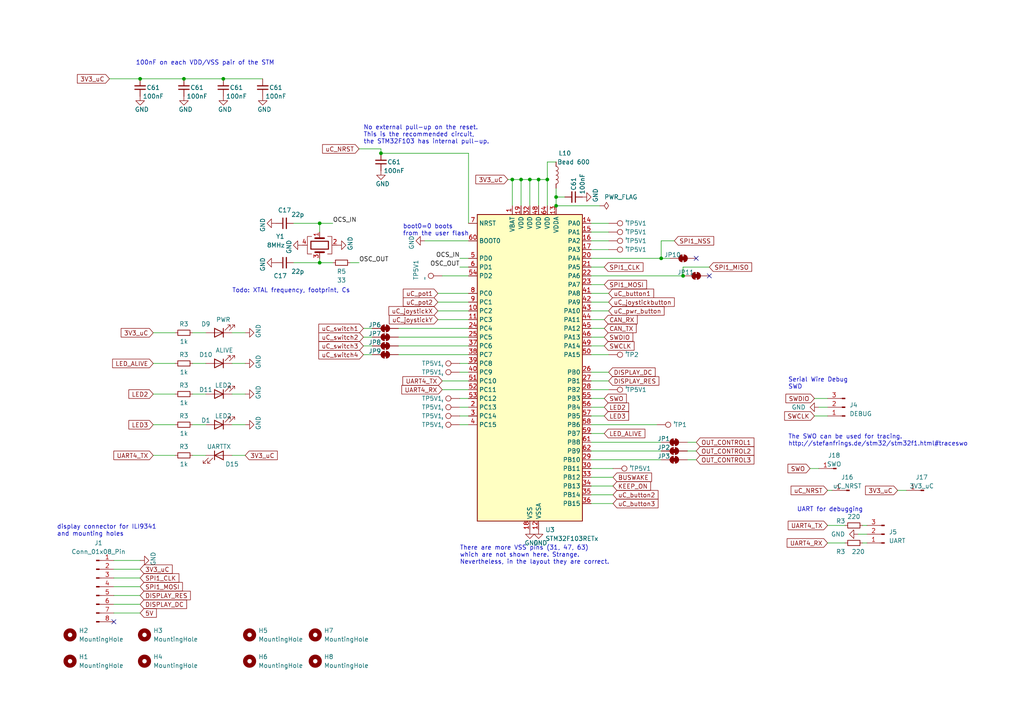
<source format=kicad_sch>
(kicad_sch (version 20231120) (generator "eeschema") (generator_version "8.0")
  (paper "A4")
  (junction (at 153.67 52.07))
  (junction (at 156.21 52.07))
  (junction (at 92.71 76.2))
  (junction (at 92.71 64.77))
  (junction (at 53.34 22.86))
  (junction (at 198.12 80.01))
  (junction (at 110.49 44.45))
  (junction (at 151.13 52.07))
  (junction (at 158.75 52.07))
  (junction (at 161.29 59.69))
  (junction (at 40.64 22.86))
  (junction (at 191.77 74.93))
  (junction (at 64.77 22.86))
  (junction (at 161.29 57.15))
  (junction (at 148.59 52.07))
  (no_connect (at 201.93 74.93))
  (no_connect (at 33.02 180.34))
  (no_connect (at 205.74 80.01))
  (wire (pts (xy 128.27 113.03) (xy 135.89 113.03)))
  (wire (pts (xy 171.45 120.65) (xy 175.26 120.65)))
  (wire (pts (xy 158.75 59.69) (xy 158.75 52.07)))
  (wire (pts (xy 171.45 143.51) (xy 177.8 143.51)))
  (wire (pts (xy 133.35 115.57) (xy 135.89 115.57)))
  (wire (pts (xy 133.35 120.65) (xy 135.89 120.65)))
  (wire (pts (xy 67.31 96.52) (xy 71.12 96.52)))
  (wire (pts (xy 250.19 152.4) (xy 251.46 152.4)))
  (wire (pts (xy 127 92.71) (xy 135.89 92.71)))
  (wire (pts (xy 55.88 96.52) (xy 59.69 96.52)))
  (wire (pts (xy 133.35 123.19) (xy 135.89 123.19)))
  (wire (pts (xy 148.59 52.07) (xy 147.32 52.07)))
  (wire (pts (xy 133.35 107.95) (xy 135.89 107.95)))
  (wire (pts (xy 199.39 133.35) (xy 201.93 133.35)))
  (wire (pts (xy 199.39 130.81) (xy 201.93 130.81)))
  (wire (pts (xy 55.88 132.08) (xy 59.69 132.08)))
  (wire (pts (xy 161.29 54.61) (xy 161.29 57.15)))
  (wire (pts (xy 151.13 52.07) (xy 148.59 52.07)))
  (wire (pts (xy 135.89 44.45) (xy 110.49 44.45)))
  (wire (pts (xy 161.29 59.69) (xy 161.29 57.15)))
  (wire (pts (xy 158.75 46.99) (xy 158.75 52.07)))
  (wire (pts (xy 171.45 140.97) (xy 177.8 140.97)))
  (wire (pts (xy 64.77 22.86) (xy 76.2 22.86)))
  (wire (pts (xy 171.45 135.89) (xy 177.8 135.89)))
  (wire (pts (xy 171.45 118.11) (xy 175.26 118.11)))
  (wire (pts (xy 67.31 105.41) (xy 71.12 105.41)))
  (wire (pts (xy 115.57 95.25) (xy 135.89 95.25)))
  (wire (pts (xy 153.67 59.69) (xy 153.67 52.07)))
  (wire (pts (xy 161.29 59.69) (xy 173.99 59.69)))
  (wire (pts (xy 158.75 52.07) (xy 156.21 52.07)))
  (wire (pts (xy 171.45 146.05) (xy 177.8 146.05)))
  (wire (pts (xy 53.34 22.86) (xy 64.77 22.86)))
  (wire (pts (xy 250.19 157.48) (xy 251.46 157.48)))
  (wire (pts (xy 195.58 69.85) (xy 191.77 69.85)))
  (wire (pts (xy 33.02 165.1) (xy 40.64 165.1)))
  (wire (pts (xy 44.45 96.52) (xy 50.8 96.52)))
  (wire (pts (xy 123.19 69.85) (xy 135.89 69.85)))
  (wire (pts (xy 133.35 105.41) (xy 135.89 105.41)))
  (wire (pts (xy 105.41 97.79) (xy 107.95 97.79)))
  (wire (pts (xy 171.45 115.57) (xy 175.26 115.57)))
  (wire (pts (xy 127 87.63) (xy 135.89 87.63)))
  (wire (pts (xy 151.13 59.69) (xy 151.13 52.07)))
  (wire (pts (xy 44.45 123.19) (xy 50.8 123.19)))
  (wire (pts (xy 133.35 77.47) (xy 135.89 77.47)))
  (wire (pts (xy 101.6 76.2) (xy 104.14 76.2)))
  (wire (pts (xy 240.03 142.24) (xy 241.3 142.24)))
  (wire (pts (xy 171.45 77.47) (xy 175.26 77.47)))
  (wire (pts (xy 171.45 97.79) (xy 175.26 97.79)))
  (wire (pts (xy 161.29 46.99) (xy 158.75 46.99)))
  (wire (pts (xy 148.59 52.07) (xy 148.59 59.69)))
  (wire (pts (xy 198.12 77.47) (xy 198.12 80.01)))
  (wire (pts (xy 236.22 115.57) (xy 240.03 115.57)))
  (wire (pts (xy 237.49 118.11) (xy 240.03 118.11)))
  (wire (pts (xy 171.45 72.39) (xy 176.53 72.39)))
  (wire (pts (xy 171.45 64.77) (xy 176.53 64.77)))
  (wire (pts (xy 133.35 74.93) (xy 135.89 74.93)))
  (wire (pts (xy 33.02 167.64) (xy 40.64 167.64)))
  (wire (pts (xy 171.45 125.73) (xy 175.26 125.73)))
  (wire (pts (xy 127 90.17) (xy 135.89 90.17)))
  (wire (pts (xy 171.45 67.31) (xy 176.53 67.31)))
  (wire (pts (xy 128.27 110.49) (xy 135.89 110.49)))
  (wire (pts (xy 171.45 100.33) (xy 175.26 100.33)))
  (wire (pts (xy 92.71 64.77) (xy 92.71 67.31)))
  (wire (pts (xy 67.31 114.3) (xy 71.12 114.3)))
  (wire (pts (xy 33.02 175.26) (xy 40.64 175.26)))
  (wire (pts (xy 85.09 76.2) (xy 92.71 76.2)))
  (wire (pts (xy 44.45 105.41) (xy 50.8 105.41)))
  (wire (pts (xy 33.02 172.72) (xy 40.64 172.72)))
  (wire (pts (xy 33.02 170.18) (xy 40.64 170.18)))
  (wire (pts (xy 236.22 120.65) (xy 240.03 120.65)))
  (wire (pts (xy 171.45 123.19) (xy 190.5 123.19)))
  (wire (pts (xy 198.12 80.01) (xy 171.45 80.01)))
  (wire (pts (xy 115.57 100.33) (xy 135.89 100.33)))
  (wire (pts (xy 198.12 77.47) (xy 205.74 77.47)))
  (wire (pts (xy 55.88 105.41) (xy 59.69 105.41)))
  (wire (pts (xy 171.45 74.93) (xy 191.77 74.93)))
  (wire (pts (xy 171.45 102.87) (xy 176.53 102.87)))
  (wire (pts (xy 92.71 64.77) (xy 96.52 64.77)))
  (wire (pts (xy 44.45 114.3) (xy 50.8 114.3)))
  (wire (pts (xy 128.27 80.01) (xy 135.89 80.01)))
  (wire (pts (xy 105.41 102.87) (xy 107.95 102.87)))
  (wire (pts (xy 171.45 82.55) (xy 175.26 82.55)))
  (wire (pts (xy 171.45 113.03) (xy 176.53 113.03)))
  (wire (pts (xy 55.88 114.3) (xy 59.69 114.3)))
  (wire (pts (xy 248.92 154.94) (xy 251.46 154.94)))
  (wire (pts (xy 191.77 74.93) (xy 194.31 74.93)))
  (wire (pts (xy 104.14 43.18) (xy 110.49 43.18)))
  (wire (pts (xy 156.21 52.07) (xy 153.67 52.07)))
  (wire (pts (xy 105.41 100.33) (xy 107.95 100.33)))
  (wire (pts (xy 171.45 95.25) (xy 175.26 95.25)))
  (wire (pts (xy 115.57 102.87) (xy 135.89 102.87)))
  (wire (pts (xy 199.39 128.27) (xy 201.93 128.27)))
  (wire (pts (xy 156.21 59.69) (xy 156.21 52.07)))
  (wire (pts (xy 67.31 123.19) (xy 71.12 123.19)))
  (wire (pts (xy 171.45 92.71) (xy 175.26 92.71)))
  (wire (pts (xy 171.45 107.95) (xy 176.53 107.95)))
  (wire (pts (xy 115.57 97.79) (xy 135.89 97.79)))
  (wire (pts (xy 105.41 95.25) (xy 107.95 95.25)))
  (wire (pts (xy 234.95 135.89) (xy 237.49 135.89)))
  (wire (pts (xy 133.35 118.11) (xy 135.89 118.11)))
  (wire (pts (xy 161.29 57.15) (xy 163.83 57.15)))
  (wire (pts (xy 40.64 22.86) (xy 53.34 22.86)))
  (wire (pts (xy 33.02 162.56) (xy 40.64 162.56)))
  (wire (pts (xy 92.71 76.2) (xy 96.52 76.2)))
  (wire (pts (xy 171.45 85.09) (xy 176.53 85.09)))
  (wire (pts (xy 135.89 64.77) (xy 135.89 44.45)))
  (wire (pts (xy 191.77 69.85) (xy 191.77 74.93)))
  (wire (pts (xy 171.45 138.43) (xy 177.8 138.43)))
  (wire (pts (xy 171.45 87.63) (xy 176.53 87.63)))
  (wire (pts (xy 171.45 110.49) (xy 176.53 110.49)))
  (wire (pts (xy 171.45 133.35) (xy 191.77 133.35)))
  (wire (pts (xy 85.09 64.77) (xy 92.71 64.77)))
  (wire (pts (xy 240.03 157.48) (xy 245.11 157.48)))
  (wire (pts (xy 44.45 132.08) (xy 50.8 132.08)))
  (wire (pts (xy 92.71 76.2) (xy 92.71 74.93)))
  (wire (pts (xy 127 85.09) (xy 135.89 85.09)))
  (wire (pts (xy 55.88 123.19) (xy 59.69 123.19)))
  (wire (pts (xy 171.45 130.81) (xy 191.77 130.81)))
  (wire (pts (xy 67.31 132.08) (xy 71.12 132.08)))
  (wire (pts (xy 240.03 152.4) (xy 245.11 152.4)))
  (wire (pts (xy 260.35 142.24) (xy 262.89 142.24)))
  (wire (pts (xy 171.45 69.85) (xy 176.53 69.85)))
  (wire (pts (xy 153.67 52.07) (xy 151.13 52.07)))
  (wire (pts (xy 33.02 177.8) (xy 40.64 177.8)))
  (wire (pts (xy 110.49 43.18) (xy 110.49 44.45)))
  (wire (pts (xy 31.75 22.86) (xy 40.64 22.86)))
  (wire (pts (xy 171.45 90.17) (xy 176.53 90.17)))
  (wire (pts (xy 171.45 128.27) (xy 191.77 128.27)))
  (text "boot0=0 boots\nfrom the user flash" (at 116.84 68.58 0) (effects (font (size 1.27 1.27)) (justify left bottom)))
  (text "The SWO can be used for tracing.\nhttp://stefanfrings.de/stm32/stm32f1.html#traceswo" (at 228.6 129.54 0) (effects (font (size 1.27 1.27)) (justify left bottom)))
  (text "UART for debugging" (at 231.14 148.59 0) (effects (font (size 1.27 1.27)) (justify left bottom)))
  (text "100nF on each VDD/VSS pair of the STM" (at 39.37 19.05 0) (effects (font (size 1.27 1.27)) (justify left bottom)))
  (text "display connector for ILI9341\nand mounting holes" (at 16.51 155.702 0) (effects (font (size 1.27 1.27)) (justify left bottom)))
  (text "There are more VSS pins (31, 47, 63)\nwhich are not shown here. Strange.\nNevertheless, in the layout they are correct." (at 133.35 163.83 0) (effects (font (size 1.27 1.27)) (justify left bottom)))
  (text "Serial Wire Debug\nSWD" (at 228.6 113.03 0) (effects (font (size 1.27 1.27)) (justify left bottom)))
  (text "Todo: XTAL frequency, footprint, Cs" (at 67.31 85.09 0) (effects (font (size 1.27 1.27)) (justify left bottom)))
  (text "No external pull-up on the reset.\nThis is the recommended circuit,\nthe STM32F103 has internal pull-up." (at 105.41 41.91 0) (effects (font (size 1.27 1.27)) (justify left bottom)))
  (label "OCS_IN" (at 133.35 74.93 180))
  (label "OCS_IN" (at 96.52 64.77 0))
  (label "OSC_OUT" (at 104.14 76.2 0))
  (label "OSC_OUT" (at 133.35 77.47 180))
  (global_label "KEEP_ON" (shape input) (at 177.8 140.97 0) (property "Intersheetrefs" "${INTERSHEET_REFS}" (effects (hide yes))))
  (global_label "SWDIO" (shape input) (at 236.22 115.57 180) (property "Intersheetrefs" "${INTERSHEET_REFS}" (effects (hide yes))))
  (global_label "uC_switch2" (shape input) (at 105.41 97.79 180) (property "Intersheetrefs" "${INTERSHEET_REFS}" (effects (hide yes))))
  (global_label "OUT_CONTROL3" (shape input) (at 201.93 133.35 0) (property "Intersheetrefs" "${INTERSHEET_REFS}" (effects (hide yes))))
  (global_label "SWCLK" (shape input) (at 236.22 120.65 180) (property "Intersheetrefs" "${INTERSHEET_REFS}" (effects (hide yes))))
  (global_label "DISPLAY_DC" (shape input) (at 40.64 175.26 0) (property "Intersheetrefs" "${INTERSHEET_REFS}" (effects (hide yes))))
  (global_label "LED_ALIVE" (shape input) (at 175.26 125.73 0) (property "Intersheetrefs" "${INTERSHEET_REFS}" (effects (hide yes))))
  (global_label "SPI1_CLK" (shape input) (at 175.26 77.47 0) (property "Intersheetrefs" "${INTERSHEET_REFS}" (effects (hide yes))))
  (global_label "UART4_TX" (shape input) (at 128.27 110.49 180) (property "Intersheetrefs" "${INTERSHEET_REFS}" (effects (hide yes))))
  (global_label "LED2" (shape input) (at 175.26 118.11 0) (property "Intersheetrefs" "${INTERSHEET_REFS}" (effects (hide yes))))
  (global_label "SWCLK" (shape input) (at 175.26 100.33 0) (property "Intersheetrefs" "${INTERSHEET_REFS}" (effects (hide yes))))
  (global_label "5V" (shape input) (at 40.64 177.8 0) (property "Intersheetrefs" "${INTERSHEET_REFS}" (effects (hide yes))))
  (global_label "3V3_uC" (shape input) (at 31.75 22.86 180) (property "Intersheetrefs" "${INTERSHEET_REFS}" (effects (hide yes))))
  (global_label "3V3_uC" (shape input) (at 40.64 165.1 0) (property "Intersheetrefs" "${INTERSHEET_REFS}" (effects (hide yes))))
  (global_label "BUSWAKE" (shape input) (at 177.8 138.43 0) (property "Intersheetrefs" "${INTERSHEET_REFS}" (effects (hide yes))))
  (global_label "uC_switch1" (shape input) (at 105.41 95.25 180) (property "Intersheetrefs" "${INTERSHEET_REFS}" (effects (hide yes))))
  (global_label "CAN_RX" (shape input) (at 175.26 92.71 0) (property "Intersheetrefs" "${INTERSHEET_REFS}" (effects (hide yes))))
  (global_label "DISPLAY_RES" (shape input) (at 176.53 110.49 0) (property "Intersheetrefs" "${INTERSHEET_REFS}" (effects (hide yes))))
  (global_label "SWDIO" (shape input) (at 175.26 97.79 0) (property "Intersheetrefs" "${INTERSHEET_REFS}" (effects (hide yes))))
  (global_label "uC_switch4" (shape input) (at 105.41 102.87 180) (property "Intersheetrefs" "${INTERSHEET_REFS}" (effects (hide yes))))
  (global_label "SWO" (shape input) (at 175.26 115.57 0) (property "Intersheetrefs" "${INTERSHEET_REFS}" (effects (hide yes))))
  (global_label "UART4_TX" (shape input) (at 240.03 152.4 180) (property "Intersheetrefs" "${INTERSHEET_REFS}" (effects (hide yes))))
  (global_label "uC_joystickbutton" (shape input) (at 176.53 87.63 0) (property "Intersheetrefs" "${INTERSHEET_REFS}" (effects (hide yes))))
  (global_label "uC_button3" (shape input) (at 177.8 146.05 0) (property "Intersheetrefs" "${INTERSHEET_REFS}" (effects (hide yes))))
  (global_label "uC_NRST" (shape input) (at 240.03 142.24 180) (property "Intersheetrefs" "${INTERSHEET_REFS}" (effects (hide yes))))
  (global_label "DISPLAY_DC" (shape input) (at 176.53 107.95 0) (property "Intersheetrefs" "${INTERSHEET_REFS}" (effects (hide yes))))
  (global_label "SPI1_CLK" (shape input) (at 40.64 167.64 0) (property "Intersheetrefs" "${INTERSHEET_REFS}" (effects (hide yes))))
  (global_label "3V3_uC" (shape input) (at 147.32 52.07 180) (property "Intersheetrefs" "${INTERSHEET_REFS}" (effects (hide yes))))
  (global_label "uC_button2" (shape input) (at 177.8 143.51 0) (property "Intersheetrefs" "${INTERSHEET_REFS}" (effects (hide yes))))
  (global_label "SPI1_MISO" (shape input) (at 205.74 77.47 0) (property "Intersheetrefs" "${INTERSHEET_REFS}" (effects (hide yes))))
  (global_label "OUT_CONTROL1" (shape input) (at 201.93 128.27 0) (property "Intersheetrefs" "${INTERSHEET_REFS}" (effects (hide yes))))
  (global_label "uC_pot2" (shape input) (at 127 87.63 180) (property "Intersheetrefs" "${INTERSHEET_REFS}" (effects (hide yes))))
  (global_label "uC_pot1" (shape input) (at 127 85.09 180) (property "Intersheetrefs" "${INTERSHEET_REFS}" (effects (hide yes))))
  (global_label "uC_switch3" (shape input) (at 105.41 100.33 180) (property "Intersheetrefs" "${INTERSHEET_REFS}" (effects (hide yes))))
  (global_label "3V3_uC" (shape input) (at 260.35 142.24 180) (property "Intersheetrefs" "${INTERSHEET_REFS}" (effects (hide yes))))
  (global_label "SWO" (shape input) (at 234.95 135.89 180) (property "Intersheetrefs" "${INTERSHEET_REFS}" (effects (hide yes))))
  (global_label "3V3_uC" (shape input) (at 71.12 132.08 0) (property "Intersheetrefs" "${INTERSHEET_REFS}" (effects (hide yes))))
  (global_label "LED_ALIVE" (shape input) (at 44.45 105.41 180) (property "Intersheetrefs" "${INTERSHEET_REFS}" (effects (hide yes))))
  (global_label "3V3_uC" (shape input) (at 44.45 96.52 180) (property "Intersheetrefs" "${INTERSHEET_REFS}" (effects (hide yes))))
  (global_label "uC_joystickX" (shape input) (at 127 90.17 180) (property "Intersheetrefs" "${INTERSHEET_REFS}" (effects (hide yes))))
  (global_label "OUT_CONTROL2" (shape input) (at 201.93 130.81 0) (property "Intersheetrefs" "${INTERSHEET_REFS}" (effects (hide yes))))
  (global_label "SPI1_NSS" (shape input) (at 195.58 69.85 0) (property "Intersheetrefs" "${INTERSHEET_REFS}" (effects (hide yes))))
  (global_label "LED3" (shape input) (at 175.26 120.65 0) (property "Intersheetrefs" "${INTERSHEET_REFS}" (effects (hide yes))))
  (global_label "DISPLAY_RES" (shape input) (at 40.64 172.72 0) (property "Intersheetrefs" "${INTERSHEET_REFS}" (effects (hide yes))))
  (global_label "UART4_TX" (shape input) (at 44.45 132.08 180) (property "Intersheetrefs" "${INTERSHEET_REFS}" (effects (hide yes))))
  (global_label "SPI1_MOSI" (shape input) (at 175.26 82.55 0) (property "Intersheetrefs" "${INTERSHEET_REFS}" (effects (hide yes))))
  (global_label "LED2" (shape input) (at 44.45 114.3 180) (property "Intersheetrefs" "${INTERSHEET_REFS}" (effects (hide yes))))
  (global_label "uC_NRST" (shape input) (at 104.14 43.18 180) (property "Intersheetrefs" "${INTERSHEET_REFS}" (effects (hide yes))))
  (global_label "SPI1_MOSI" (shape input) (at 40.64 170.18 0) (property "Intersheetrefs" "${INTERSHEET_REFS}" (effects (hide yes))))
  (global_label "CAN_TX" (shape input) (at 175.26 95.25 0) (property "Intersheetrefs" "${INTERSHEET_REFS}" (effects (hide yes))))
  (global_label "uC_joystickY" (shape input) (at 127 92.71 180) (property "Intersheetrefs" "${INTERSHEET_REFS}" (effects (hide yes))))
  (global_label "uC_pwr_button" (shape input) (at 176.53 90.17 0) (property "Intersheetrefs" "${INTERSHEET_REFS}" (effects (hide yes))))
  (global_label "UART4_RX" (shape input) (at 240.03 157.48 180) (property "Intersheetrefs" "${INTERSHEET_REFS}" (effects (hide yes))))
  (global_label "LED3" (shape input) (at 44.45 123.19 180) (property "Intersheetrefs" "${INTERSHEET_REFS}" (effects (hide yes))))
  (global_label "uC_button1" (shape input) (at 176.53 85.09 0) (property "Intersheetrefs" "${INTERSHEET_REFS}" (effects (hide yes))))
  (global_label "UART4_RX" (shape input) (at 128.27 113.03 180) (property "Intersheetrefs" "${INTERSHEET_REFS}" (effects (hide yes))))
  (symbol (lib_id "Mechanical:MountingHole") (at 41.91 184.15 0) (unit 1) (exclude_from_sim yes) (in_bom no)
    (property "Reference" "H3" (at 44.45 182.8799 0) (effects (justify left)))
    (property "Value" "MountingHole" (at 44.45 185.4199 0) (effects (justify left)))
    (property "Footprint" "MountingHole:MountingHole_3.5mm" (effects (hide yes)))
    (property "Description" "Mounting Hole without connection" (effects (hide yes)))
  )
  (symbol (lib_id "Mechanical:MountingHole") (at 41.91 191.77 0) (unit 1) (exclude_from_sim yes) (in_bom no)
    (property "Reference" "H4" (at 44.45 190.4999 0) (effects (justify left)))
    (property "Value" "MountingHole" (at 44.45 193.0399 0) (effects (justify left)))
    (property "Footprint" "MountingHole:MountingHole_3.5mm" (effects (hide yes)))
    (property "Description" "Mounting Hole without connection" (effects (hide yes)))
  )
  (symbol (lib_id "Connector:Conn_01x01_Pin") (at 246.38 142.24 180) (unit 1)
    (property "Reference" "J16" (at 245.745 138.43 0))
    (property "Value" "uC_NRST" (at 245.745 140.97 0))
    (property "Footprint" "Connector_PinHeader_2.54mm:PinHeader_1x01_P2.54mm_Vertical" (effects (hide yes)))
  )
  (symbol (lib_id "Connector:TestPoint") (at 133.35 118.11 90) (unit 1)
    (property "Reference" "TP5V1" (at 128.27 118.11 90) (effects (justify left)))
    (property "Value" "~" (at 128.27 119.38 0) (effects (justify left)))
    (property "Footprint" "TestPoint:TestPoint_THTPad_D1.0mm_Drill0.5mm" (effects (hide yes)))
    (instances (project "qca7000" (path "" (reference "TP5V1") (unit 1)) (path "" (reference "TP27") (unit 1)) (path "" (reference "TP5V1") (unit 1))))
  )
  (symbol (lib_id "Connector:TestPoint") (at 133.35 115.57 90) (unit 1)
    (property "Reference" "TP5V1" (at 128.27 115.57 90) (effects (justify left)))
    (property "Value" "~" (at 128.27 116.84 0) (effects (justify left)))
    (property "Footprint" "TestPoint:TestPoint_THTPad_D1.0mm_Drill0.5mm" (effects (hide yes)))
    (instances (project "qca7000" (path "" (reference "TP5V1") (unit 1)) (path "" (reference "TP26") (unit 1)) (path "" (reference "TP5V1") (unit 1))))
  )
  (symbol (lib_name "C_Small_13") (lib_id "Device:C_Small") (at 110.49 46.99 180) (unit 1)
    (property "Reference" "C61" (at 114.3 46.99 0))
    (property "Value" "100nF" (at 114.3 49.53 0))
    (property "Footprint" "Capacitor_SMD:C_1206_3216Metric_Pad1.33x1.80mm_HandSolder" (effects (hide yes)))
    (property "LCSC" "C14663" (effects (hide yes)))
    (instances (project "qca7000" (path "" (reference "C61") (unit 1)) (path "" (reference "C60") (unit 1))))
  )
  (symbol (lib_id "Device:R_Small") (at 53.34 105.41 90) (unit 1)
    (property "Reference" "R3" (at 53.34 102.87 90))
    (property "Value" "1k" (at 53.34 107.95 90))
    (property "Footprint" "Resistor_SMD:R_1206_3216Metric_Pad1.30x1.75mm_HandSolder" (effects (hide yes)))
    (property "Datasheet" "https://datasheet.lcsc.com/lcsc/1811101920_UNI-ROYAL-Uniroyal-Elec-0603WAF3301T5E_C22978.pdf" (effects (hide yes)))
    (property "LCSC" "C22978" (effects (hide yes)))
    (instances (project "qca7000" (path "" (reference "R3") (unit 1)) (path "" (reference "R18") (unit 1))))
  )
  (symbol (lib_id "power:GND") (at 71.12 123.19 90) (unit 1)
    (property "Reference" "#PWR048" (effects (hide yes)))
    (property "Value" "GND" (at 74.93 120.65 0) (effects (justify right)))
    (instances (project "qca7000" (path "" (reference "#PWR048") (unit 1)) (path "" (reference "#PWR092") (unit 1))))
  )
  (symbol (lib_id "power:GND") (at 71.12 105.41 90) (unit 1)
    (property "Reference" "#PWR048" (effects (hide yes)))
    (property "Value" "GND" (at 74.93 102.87 0) (effects (justify right)))
    (instances (project "qca7000" (path "" (reference "#PWR048") (unit 1)) (path "" (reference "#PWR052") (unit 1))))
  )
  (symbol (lib_id "power:GND") (at 168.91 57.15 90) (unit 1)
    (property "Reference" "#PWR048" (effects (hide yes)))
    (property "Value" "GND" (at 172.72 54.61 0) (effects (justify right)))
    (instances (project "qca7000" (path "" (reference "#PWR048") (unit 1)) (path "" (reference "#PWR043") (unit 1))))
  )
  (symbol (lib_id "power:GND") (at 64.77 27.94 0) (unit 1)
    (property "Reference" "#PWR048" (effects (hide yes)))
    (property "Value" "GND" (at 67.31 31.75 0) (effects (justify right)))
    (instances (project "qca7000" (path "" (reference "#PWR048") (unit 1)) (path "" (reference "#PWR040") (unit 1))))
  )
  (symbol (lib_id "Device:LED") (at 63.5 114.3 180) (unit 1)
    (property "Reference" "D11" (at 59.69 113.03 0))
    (property "Value" "LED2" (at 64.77 111.76 0))
    (property "Footprint" "LED_THT:LED_D5.0mm" (effects (hide yes)))
  )
  (symbol (lib_id "Jumper:SolderJumper_2_Bridged") (at 111.76 95.25 0) (unit 1) (exclude_from_sim yes) (in_bom no)
    (property "Reference" "JP6" (at 108.712 94.234 0))
    (property "Value" "SolderJumper_2_Bridged" (effects (hide yes)))
    (property "Footprint" "Jumper:SolderJumper-2_P1.3mm_Bridged_RoundedPad1.0x1.5mm" (effects (hide yes)))
    (property "Description" "Solder Jumper, 2-pole, closed/bridged" (effects (hide yes)))
  )
  (symbol (lib_id "Mechanical:MountingHole") (at 20.32 184.15 0) (unit 1) (exclude_from_sim yes) (in_bom no)
    (property "Reference" "H2" (at 22.86 182.8799 0) (effects (justify left)))
    (property "Value" "MountingHole" (at 22.86 185.4199 0) (effects (justify left)))
    (property "Footprint" "MountingHole:MountingHole_3.5mm" (effects (hide yes)))
    (property "Description" "Mounting Hole without connection" (effects (hide yes)))
  )
  (symbol (lib_id "Connector:TestPoint") (at 190.5 123.19 270) (unit 1)
    (property "Reference" "TP1" (at 195.58 123.19 90) (effects (justify left)))
    (property "Value" "~" (at 195.58 121.92 0) (effects (justify left)))
    (property "Footprint" "TestPoint:TestPoint_THTPad_D1.0mm_Drill0.5mm" (effects (hide yes)))
  )
  (symbol (lib_id "power:GND") (at 248.92 154.94 270) (unit 1)
    (property "Reference" "#PWR048" (effects (hide yes)))
    (property "Value" "GND" (at 245.11 154.94 90) (effects (justify right)))
    (instances (project "qca7000" (path "" (reference "#PWR048") (unit 1)) (path "" (reference "#PWR058") (unit 1))))
  )
  (symbol (lib_id "power:GND") (at 87.63 71.12 270) (unit 1)
    (property "Reference" "#PWR048" (effects (hide yes)))
    (property "Value" "GND" (at 83.82 73.66 0) (effects (justify right)))
    (instances (project "qca7000" (path "" (reference "#PWR048") (unit 1)) (path "" (reference "#PWR046") (unit 1))))
  )
  (symbol (lib_id "Jumper:SolderJumper_2_Bridged") (at 111.76 97.79 0) (unit 1) (exclude_from_sim yes) (in_bom no)
    (property "Reference" "JP7" (at 108.712 96.774 0))
    (property "Value" "SolderJumper_2_Bridged" (effects (hide yes)))
    (property "Footprint" "Jumper:SolderJumper-2_P1.3mm_Bridged_RoundedPad1.0x1.5mm" (effects (hide yes)))
    (property "Description" "Solder Jumper, 2-pole, closed/bridged" (effects (hide yes)))
  )
  (symbol (lib_id "Device:R_Small") (at 247.65 157.48 90) (unit 1)
    (property "Reference" "R3" (at 243.84 160.02 90))
    (property "Value" "220" (at 248.92 160.02 90))
    (property "Footprint" "Resistor_SMD:R_1206_3216Metric_Pad1.30x1.75mm_HandSolder" (effects (hide yes)))
    (property "Datasheet" "https://datasheet.lcsc.com/lcsc/1811101920_UNI-ROYAL-Uniroyal-Elec-0603WAF3301T5E_C22978.pdf" (effects (hide yes)))
    (property "LCSC" "C22978" (effects (hide yes)))
    (instances (project "qca7000" (path "" (reference "R3") (unit 1)) (path "" (reference "R22") (unit 1))))
  )
  (symbol (lib_id "Connector:Conn_01x01_Pin") (at 267.97 142.24 180) (unit 1)
    (property "Reference" "J17" (at 267.335 138.43 0))
    (property "Value" "3V3_uC" (at 267.335 140.97 0))
    (property "Footprint" "Connector_PinHeader_2.54mm:PinHeader_1x01_P2.54mm_Vertical" (effects (hide yes)))
  )
  (symbol (lib_id "Connector:Conn_01x03_Pin") (at 245.11 118.11 180) (unit 1)
    (property "Reference" "J4" (at 246.38 117.475 0) (effects (justify right)))
    (property "Value" "DEBUG" (at 246.38 120.015 0) (effects (justify right)))
    (property "Footprint" "Connector_PinHeader_2.54mm:PinHeader_1x03_P2.54mm_Vertical" (effects (hide yes)))
  )
  (symbol (lib_id "power:GND") (at 53.34 27.94 0) (unit 1)
    (property "Reference" "#PWR048" (effects (hide yes)))
    (property "Value" "GND" (at 55.88 31.75 0) (effects (justify right)))
    (instances (project "qca7000" (path "" (reference "#PWR048") (unit 1)) (path "" (reference "#PWR039") (unit 1))))
  )
  (symbol (lib_id "Device:R_Small") (at 247.65 152.4 90) (unit 1)
    (property "Reference" "R3" (at 243.84 151.13 90))
    (property "Value" "220" (at 247.65 149.86 90))
    (property "Footprint" "Resistor_SMD:R_1206_3216Metric_Pad1.30x1.75mm_HandSolder" (effects (hide yes)))
    (property "Datasheet" "https://datasheet.lcsc.com/lcsc/1811101920_UNI-ROYAL-Uniroyal-Elec-0603WAF3301T5E_C22978.pdf" (effects (hide yes)))
    (property "LCSC" "C22978" (effects (hide yes)))
    (instances (project "qca7000" (path "" (reference "R3") (unit 1)) (path "" (reference "R21") (unit 1))))
  )
  (symbol (lib_id "Device:LED") (at 63.5 132.08 0) (unit 1)
    (property "Reference" "D15" (at 67.31 134.62 0))
    (property "Value" "UARTTX" (at 63.5 129.54 0))
    (property "Footprint" "LED_SMD:LED_0805_2012Metric_Pad1.15x1.40mm_HandSolder" (effects (hide yes)))
  )
  (symbol (lib_id "power:GND") (at 40.64 27.94 0) (unit 1)
    (property "Reference" "#PWR048" (effects (hide yes)))
    (property "Value" "GND" (at 43.18 31.75 0) (effects (justify right)))
    (instances (project "qca7000" (path "" (reference "#PWR048") (unit 1)) (path "" (reference "#PWR038") (unit 1))))
  )
  (symbol (lib_id "Mechanical:MountingHole") (at 72.39 184.15 0) (unit 1) (exclude_from_sim yes) (in_bom no)
    (property "Reference" "H5" (at 74.93 182.8799 0) (effects (justify left)))
    (property "Value" "MountingHole" (at 74.93 185.4199 0) (effects (justify left)))
    (property "Footprint" "MountingHole:MountingHole_3.5mm" (effects (hide yes)))
    (property "Description" "Mounting Hole without connection" (effects (hide yes)))
  )
  (symbol (lib_name "C_Small_13") (lib_id "Device:C_Small") (at 166.37 57.15 270) (unit 1)
    (property "Reference" "C61" (at 166.37 53.34 0))
    (property "Value" "100nF" (at 168.91 53.34 0))
    (property "Footprint" "Capacitor_SMD:C_0805_2012Metric_Pad1.18x1.45mm_HandSolder" (effects (hide yes)))
    (property "LCSC" "C14663" (effects (hide yes)))
  )
  (symbol (lib_id "power:GND") (at 237.49 118.11 270) (unit 1)
    (property "Reference" "#PWR048" (effects (hide yes)))
    (property "Value" "GND" (at 233.68 118.11 90) (effects (justify right)))
    (instances (project "qca7000" (path "" (reference "#PWR048") (unit 1)) (path "" (reference "#PWR055") (unit 1))))
  )
  (symbol (lib_id "power:GND") (at 40.64 162.56 90) (unit 1)
    (property "Reference" "#PWR01" (effects (hide yes)))
    (property "Value" "GND" (at 44.45 160.02 0) (effects (justify right)))
  )
  (symbol (lib_id "power:GND") (at 71.12 96.52 90) (unit 1)
    (property "Reference" "#PWR048" (effects (hide yes)))
    (property "Value" "GND" (at 74.93 93.98 0) (effects (justify right)))
    (instances (project "qca7000" (path "" (reference "#PWR048") (unit 1)) (path "" (reference "#PWR050") (unit 1))))
  )
  (symbol (lib_id "Connector:Conn_01x08_Pin") (at 27.94 170.18 0) (unit 1)
    (property "Reference" "J1" (at 28.575 157.48 0))
    (property "Value" "Conn_01x08_Pin" (at 28.575 160.02 0))
    (property "Footprint" "Connector_PinHeader_2.54mm:PinHeader_1x08_P2.54mm_Vertical" (effects (hide yes)))
    (property "Description" "Generic connector, single row, 01x08, script generated" (effects (hide yes)))
  )
  (symbol (lib_id "Connector:TestPoint") (at 128.27 80.01 90) (unit 1)
    (property "Reference" "TP5V1" (at 120.65 81.28 0) (effects (justify left)))
    (property "Value" "~" (at 123.19 81.28 0) (effects (justify left)))
    (property "Footprint" "TestPoint:TestPoint_THTPad_D1.0mm_Drill0.5mm" (effects (hide yes)))
    (instances (project "qca7000" (path "" (reference "TP5V1") (unit 1)) (path "" (reference "TP11") (unit 1)) (path "" (reference "TP5V1") (unit 1))))
  )
  (symbol (lib_id "Connector:Conn_01x01_Pin") (at 242.57 135.89 180) (unit 1)
    (property "Reference" "J18" (at 241.935 132.08 0))
    (property "Value" "SWO" (at 241.935 134.62 0))
    (property "Footprint" "Connector_PinHeader_2.54mm:PinHeader_1x01_P2.54mm_Vertical" (effects (hide yes)))
  )
  (symbol (lib_id "power:PWR_FLAG") (at 173.99 59.69 270) (unit 1)
    (property "Reference" "#FLG01" (effects (hide yes)))
    (property "Value" "PWR_FLAG" (at 175.26 57.15 90) (effects (justify left)))
    (instances (project "qca7000" (path "" (reference "#FLG01") (unit 1)) (path "" (reference "#FLG07") (unit 1))))
  )
  (symbol (lib_id "Device:C_Small") (at 82.55 64.77 90) (unit 1)
    (property "Reference" "C17" (at 82.55 60.96 90))
    (property "Value" "22p" (at 86.36 62.23 90))
    (property "Footprint" "Capacitor_SMD:C_0805_2012Metric_Pad1.18x1.45mm_HandSolder" (effects (hide yes)))
    (property "Datasheet" "https://datasheet.lcsc.com/lcsc/1811061822_FH-Guangdong-Fenghua-Advanced-Tech-0603CG6R8C500NT_C1679.pdf" (effects (hide yes)))
    (property "LCSC" "C1679" (effects (hide yes)))
    (instances (project "qca7000" (path "" (reference "C17") (unit 1)) (path "" (reference "C62") (unit 1))))
  )
  (symbol (lib_id "Mechanical:MountingHole") (at 20.32 191.77 0) (unit 1) (exclude_from_sim yes) (in_bom no)
    (property "Reference" "H1" (at 22.86 190.4999 0) (effects (justify left)))
    (property "Value" "MountingHole" (at 22.86 193.0399 0) (effects (justify left)))
    (property "Footprint" "MountingHole:MountingHole_3.5mm" (effects (hide yes)))
    (property "Description" "Mounting Hole without connection" (effects (hide yes)))
  )
  (symbol (lib_id "Jumper:SolderJumper_2_Bridged") (at 201.93 80.01 0) (unit 1) (exclude_from_sim yes) (in_bom no)
    (property "Reference" "JP11" (at 198.882 78.994 0))
    (property "Value" "SolderJumper_2_Bridged" (effects (hide yes)))
    (property "Footprint" "Jumper:SolderJumper-2_P1.3mm_Bridged_RoundedPad1.0x1.5mm" (effects (hide yes)))
    (property "Description" "Solder Jumper, 2-pole, closed/bridged" (effects (hide yes)))
  )
  (symbol (lib_id "Mechanical:MountingHole") (at 91.44 184.15 0) (unit 1) (exclude_from_sim yes) (in_bom no)
    (property "Reference" "H7" (at 93.98 182.8799 0) (effects (justify left)))
    (property "Value" "MountingHole" (at 93.98 185.4199 0) (effects (justify left)))
    (property "Footprint" "MountingHole:MountingHole_3.5mm" (effects (hide yes)))
    (property "Description" "Mounting Hole without connection" (effects (hide yes)))
  )
  (symbol (lib_id "Device:L") (at 161.29 50.8 0) (mirror x) (unit 1)
    (property "Reference" "L10" (at 163.83 44.45 0))
    (property "Value" "Bead 600" (at 166.37 46.99 0))
    (property "Footprint" "Inductor_SMD:L_0805_2012Metric_Pad1.15x1.40mm_HandSolder" (effects (hide yes)))
    (property "Datasheet" "https://datasheet.lcsc.com/lcsc/1811091241_Sunlord-GZ1608D601TF_C1002.pdf" (effects (hide yes)))
    (property "LCSC" "C1002" (effects (hide yes)))
    (instances (project "qca7000" (path "" (reference "L10") (unit 1)) (path "" (reference "L12") (unit 1))))
  )
  (symbol (lib_id "power:GND") (at 80.01 64.77 270) (unit 1)
    (property "Reference" "#PWR048" (effects (hide yes)))
    (property "Value" "GND" (at 76.2 67.31 0) (effects (justify right)))
    (instances (project "qca7000" (path "" (reference "#PWR048") (unit 1)) (path "" (reference "#PWR044") (unit 1))))
  )
  (symbol (lib_id "Device:R_Small") (at 53.34 132.08 90) (unit 1)
    (property "Reference" "R3" (at 53.34 129.54 90))
    (property "Value" "1k" (at 53.34 134.62 90))
    (property "Footprint" "Resistor_SMD:R_1206_3216Metric_Pad1.30x1.75mm_HandSolder" (effects (hide yes)))
    (property "Datasheet" "https://datasheet.lcsc.com/lcsc/1811101920_UNI-ROYAL-Uniroyal-Elec-0603WAF3301T5E_C22978.pdf" (effects (hide yes)))
    (property "LCSC" "C22978" (effects (hide yes)))
    (instances (project "qca7000" (path "" (reference "R3") (unit 1)) (path "" (reference "R37") (unit 1))))
  )
  (symbol (lib_id "power:GND") (at 110.49 49.53 0) (unit 1)
    (property "Reference" "#PWR048" (effects (hide yes)))
    (property "Value" "GND" (at 113.03 53.34 0) (effects (justify right)))
    (instances (project "qca7000" (path "" (reference "#PWR048") (unit 1)) (path "" (reference "#PWR042") (unit 1))))
  )
  (symbol (lib_id "Connector:TestPoint") (at 176.53 69.85 270) (unit 1)
    (property "Reference" "TP5V1" (at 181.61 69.85 90) (effects (justify left)))
    (property "Value" "~" (at 181.61 68.58 0) (effects (justify left)))
    (property "Footprint" "TestPoint:TestPoint_THTPad_D1.0mm_Drill0.5mm" (effects (hide yes)))
    (instances (project "qca7000" (path "" (reference "TP5V1") (unit 1)) (path "" (reference "TP9") (unit 1)) (path "" (reference "TP5V1") (unit 1))))
  )
  (symbol (lib_id "Jumper:SolderJumper_2_Bridged") (at 195.58 130.81 0) (unit 1) (exclude_from_sim yes) (in_bom no)
    (property "Reference" "JP2" (at 192.532 129.794 0))
    (property "Value" "SolderJumper_2_Bridged" (effects (hide yes)))
    (property "Footprint" "Jumper:SolderJumper-2_P1.3mm_Bridged_RoundedPad1.0x1.5mm" (effects (hide yes)))
    (property "Description" "Solder Jumper, 2-pole, closed/bridged" (effects (hide yes)))
  )
  (symbol (lib_id "power:GND") (at 153.67 153.67 0) (unit 1)
    (property "Reference" "#PWR048" (effects (hide yes)))
    (property "Value" "GND" (at 156.21 157.48 0) (effects (justify right)))
    (instances (project "qca7000" (path "" (reference "#PWR048") (unit 1)) (path "" (reference "#PWR056") (unit 1))))
  )
  (symbol (lib_id "MCU_ST_STM32F1:STM32F103RETx") (at 153.67 107.95 0) (unit 1)
    (property "Reference" "U3" (at 158.1659 153.67 0) (effects (justify left)))
    (property "Value" "STM32F103RETx" (at 158.1659 156.21 0) (effects (justify left)))
    (property "Footprint" "Package_QFP:LQFP-64_10x10mm_P0.5mm" (effects (hide yes)))
    (property "Datasheet" "https://www.st.com/resource/en/datasheet/stm32f103re.pdf" (effects (hide yes)))
  )
  (symbol (lib_name "C_Small_13") (lib_id "Device:C_Small") (at 64.77 25.4 180) (unit 1)
    (property "Reference" "C61" (at 68.58 25.4 0))
    (property "Value" "100nF" (at 68.58 27.94 0))
    (property "Footprint" "Capacitor_SMD:C_0805_2012Metric_Pad1.18x1.45mm_HandSolder" (effects (hide yes)))
    (property "LCSC" "C14663" (effects (hide yes)))
    (instances (project "qca7000" (path "" (reference "C61") (unit 1)) (path "" (reference "C58") (unit 1))))
  )
  (symbol (lib_id "Jumper:SolderJumper_2_Bridged") (at 198.12 74.93 0) (unit 1) (exclude_from_sim yes) (in_bom no)
    (property "Reference" "JP10" (at 195.072 73.914 0))
    (property "Value" "SolderJumper_2_Bridged" (effects (hide yes)))
    (property "Footprint" "Jumper:SolderJumper-2_P1.3mm_Bridged_RoundedPad1.0x1.5mm" (effects (hide yes)))
    (property "Description" "Solder Jumper, 2-pole, closed/bridged" (effects (hide yes)))
  )
  (symbol (lib_id "Connector:Conn_01x03_Pin") (at 256.54 154.94 180) (unit 1)
    (property "Reference" "J5" (at 257.81 154.305 0) (effects (justify right)))
    (property "Value" "UART" (at 257.81 156.845 0) (effects (justify right)))
    (property "Footprint" "Connector_PinHeader_2.54mm:PinHeader_1x03_P2.54mm_Vertical" (effects (hide yes)))
  )
  (symbol (lib_id "Connector:TestPoint") (at 133.35 105.41 90) (unit 1)
    (property "Reference" "TP5V1" (at 128.27 105.41 90) (effects (justify left)))
    (property "Value" "~" (at 128.27 106.68 0) (effects (justify left)))
    (property "Footprint" "TestPoint:TestPoint_THTPad_D1.0mm_Drill0.5mm" (effects (hide yes)))
    (instances (project "qca7000" (path "" (reference "TP5V1") (unit 1)) (path "" (reference "TP21") (unit 1)) (path "" (reference "TP5V1") (unit 1))))
  )
  (symbol (lib_id "Connector:TestPoint") (at 176.53 113.03 270) (unit 1)
    (property "Reference" "TP5V1" (at 181.61 113.03 90) (effects (justify left)))
    (property "Value" "~" (at 181.61 111.76 0) (effects (justify left)))
    (property "Footprint" "TestPoint:TestPoint_THTPad_D1.0mm_Drill0.5mm" (effects (hide yes)))
    (instances (project "qca7000" (path "" (reference "TP5V1") (unit 1)) (path "" (reference "TP25") (unit 1)) (path "" (reference "TP5V1") (unit 1))))
  )
  (symbol (lib_id "Jumper:SolderJumper_2_Bridged") (at 195.58 133.35 0) (unit 1) (exclude_from_sim yes) (in_bom no)
    (property "Reference" "JP3" (at 192.532 132.334 0))
    (property "Value" "SolderJumper_2_Bridged" (effects (hide yes)))
    (property "Footprint" "Jumper:SolderJumper-2_P1.3mm_Bridged_RoundedPad1.0x1.5mm" (effects (hide yes)))
    (property "Description" "Solder Jumper, 2-pole, closed/bridged" (effects (hide yes)))
  )
  (symbol (lib_id "Device:R_Small") (at 99.06 76.2 90) (unit 1)
    (property "Reference" "R5" (at 99.06 78.74 90))
    (property "Value" "33" (at 99.06 81.28 90))
    (property "Footprint" "Resistor_SMD:R_1206_3216Metric_Pad1.30x1.75mm_HandSolder" (effects (hide yes)))
    (property "Datasheet" "https://datasheet.lcsc.com/lcsc/1811081710_UNI-ROYAL-Uniroyal-Elec-0603WAF330JT5E_C23140.pdf" (effects (hide yes)))
    (property "LCSC" "C23140" (effects (hide yes)))
    (instances (project "qca7000" (path "" (reference "R5") (unit 1)) (path "" (reference "R15") (unit 1))))
  )
  (symbol (lib_id "Connector:TestPoint") (at 176.53 64.77 270) (unit 1)
    (property "Reference" "TP5V1" (at 181.61 64.77 90) (effects (justify left)))
    (property "Value" "~" (at 181.61 63.5 0) (effects (justify left)))
    (property "Footprint" "TestPoint:TestPoint_THTPad_D1.0mm_Drill0.5mm" (effects (hide yes)))
    (instances (project "qca7000" (path "" (reference "TP5V1") (unit 1)) (path "" (reference "TP7") (unit 1)) (path "" (reference "TP5V1") (unit 1))))
  )
  (symbol (lib_id "Mechanical:MountingHole") (at 72.39 191.77 0) (unit 1) (exclude_from_sim yes) (in_bom no)
    (property "Reference" "H6" (at 74.93 190.4999 0) (effects (justify left)))
    (property "Value" "MountingHole" (at 74.93 193.0399 0) (effects (justify left)))
    (property "Footprint" "MountingHole:MountingHole_3.5mm" (effects (hide yes)))
    (property "Description" "Mounting Hole without connection" (effects (hide yes)))
  )
  (symbol (lib_id "Jumper:SolderJumper_2_Bridged") (at 111.76 102.87 0) (unit 1) (exclude_from_sim yes) (in_bom no)
    (property "Reference" "JP9" (at 108.712 101.854 0))
    (property "Value" "SolderJumper_2_Bridged" (effects (hide yes)))
    (property "Footprint" "Jumper:SolderJumper-2_P1.3mm_Bridged_RoundedPad1.0x1.5mm" (effects (hide yes)))
    (property "Description" "Solder Jumper, 2-pole, closed/bridged" (effects (hide yes)))
  )
  (symbol (lib_id "Device:LED") (at 63.5 105.41 180) (unit 1)
    (property "Reference" "D10" (at 59.69 102.87 0))
    (property "Value" "ALIVE" (at 65.0875 101.6 0))
    (property "Footprint" "LED_SMD:LED_0805_2012Metric_Pad1.15x1.40mm_HandSolder" (effects (hide yes)))
  )
  (symbol (lib_id "Connector:TestPoint") (at 133.35 120.65 90) (unit 1)
    (property "Reference" "TP5V1" (at 128.27 120.65 90) (effects (justify left)))
    (property "Value" "~" (at 128.27 121.92 0) (effects (justify left)))
    (property "Footprint" "TestPoint:TestPoint_THTPad_D1.0mm_Drill0.5mm" (effects (hide yes)))
    (instances (project "qca7000" (path "" (reference "TP5V1") (unit 1)) (path "" (reference "TP28") (unit 1)) (path "" (reference "TP5V1") (unit 1))))
  )
  (symbol (lib_id "power:GND") (at 80.01 76.2 270) (unit 1)
    (property "Reference" "#PWR048" (effects (hide yes)))
    (property "Value" "GND" (at 76.2 78.74 0) (effects (justify right)))
  )
  (symbol (lib_id "Mechanical:MountingHole") (at 91.44 191.77 0) (unit 1) (exclude_from_sim yes) (in_bom no)
    (property "Reference" "H8" (at 93.98 190.4999 0) (effects (justify left)))
    (property "Value" "MountingHole" (at 93.98 193.0399 0) (effects (justify left)))
    (property "Footprint" "MountingHole:MountingHole_3.5mm" (effects (hide yes)))
    (property "Description" "Mounting Hole without connection" (effects (hide yes)))
  )
  (symbol (lib_id "Connector:TestPoint") (at 176.53 102.87 270) (unit 1)
    (property "Reference" "TP2" (at 181.61 102.87 90) (effects (justify left)))
    (property "Value" "~" (at 181.61 101.6 0) (effects (justify left)))
    (property "Footprint" "TestPoint:TestPoint_THTPad_D1.0mm_Drill0.5mm" (effects (hide yes)))
  )
  (symbol (lib_id "Connector:TestPoint") (at 176.53 72.39 270) (unit 1)
    (property "Reference" "TP5V1" (at 181.61 72.39 90) (effects (justify left)))
    (property "Value" "~" (at 181.61 71.12 0) (effects (justify left)))
    (property "Footprint" "TestPoint:TestPoint_THTPad_D1.0mm_Drill0.5mm" (effects (hide yes)))
    (instances (project "qca7000" (path "" (reference "TP5V1") (unit 1)) (path "" (reference "TP10") (unit 1)) (path "" (reference "TP5V1") (unit 1))))
  )
  (symbol (lib_name "C_Small_13") (lib_id "Device:C_Small") (at 53.34 25.4 180) (unit 1)
    (property "Reference" "C61" (at 57.15 25.4 0))
    (property "Value" "100nF" (at 57.15 27.94 0))
    (property "Footprint" "Capacitor_SMD:C_0805_2012Metric_Pad1.18x1.45mm_HandSolder" (effects (hide yes)))
    (property "LCSC" "C14663" (effects (hide yes)))
    (instances (project "qca7000" (path "" (reference "C61") (unit 1)) (path "" (reference "C57") (unit 1))))
  )
  (symbol (lib_id "Connector:TestPoint") (at 177.8 135.89 270) (unit 1)
    (property "Reference" "TP5V1" (at 182.88 135.89 90) (effects (justify left)))
    (property "Value" "~" (at 182.88 134.62 0) (effects (justify left)))
    (property "Footprint" "TestPoint:TestPoint_THTPad_D1.0mm_Drill0.5mm" (effects (hide yes)))
    (instances (project "qca7000" (path "" (reference "TP5V1") (unit 1)) (path "" (reference "TP33") (unit 1)) (path "" (reference "TP5V1") (unit 1))))
  )
  (symbol (lib_id "Device:LED") (at 63.5 96.52 180) (unit 1)
    (property "Reference" "D9" (at 59.69 93.98 0))
    (property "Value" "PWR" (at 64.77 92.71 0))
    (property "Footprint" "LED_SMD:LED_0805_2012Metric_Pad1.15x1.40mm_HandSolder" (effects (hide yes)))
  )
  (symbol (lib_id "Device:R_Small") (at 53.34 114.3 90) (unit 1)
    (property "Reference" "R3" (at 53.34 111.76 90))
    (property "Value" "1k" (at 53.34 116.84 90))
    (property "Footprint" "Resistor_SMD:R_1206_3216Metric_Pad1.30x1.75mm_HandSolder" (effects (hide yes)))
    (property "Datasheet" "https://datasheet.lcsc.com/lcsc/1811101920_UNI-ROYAL-Uniroyal-Elec-0603WAF3301T5E_C22978.pdf" (effects (hide yes)))
    (property "LCSC" "C22978" (effects (hide yes)))
    (instances (project "qca7000" (path "" (reference "R3") (unit 1)) (path "" (reference "R19") (unit 1))))
  )
  (symbol (lib_id "power:GND") (at 97.79 71.12 90) (unit 1)
    (property "Reference" "#PWR048" (effects (hide yes)))
    (property "Value" "GND" (at 101.6 68.58 0) (effects (justify right)))
    (instances (project "qca7000" (path "" (reference "#PWR048") (unit 1)) (path "" (reference "#PWR047") (unit 1))))
  )
  (symbol (lib_id "Device:R_Small") (at 53.34 96.52 90) (unit 1)
    (property "Reference" "R3" (at 53.34 93.98 90))
    (property "Value" "1k" (at 53.34 99.06 90))
    (property "Footprint" "Resistor_SMD:R_1206_3216Metric_Pad1.30x1.75mm_HandSolder" (effects (hide yes)))
    (property "Datasheet" "https://datasheet.lcsc.com/lcsc/1811101920_UNI-ROYAL-Uniroyal-Elec-0603WAF3301T5E_C22978.pdf" (effects (hide yes)))
    (property "LCSC" "C22978" (effects (hide yes)))
    (instances (project "qca7000" (path "" (reference "R3") (unit 1)) (path "" (reference "R17") (unit 1))))
  )
  (symbol (lib_id "Connector:TestPoint") (at 133.35 123.19 90) (unit 1)
    (property "Reference" "TP5V1" (at 128.27 123.19 90) (effects (justify left)))
    (property "Value" "~" (at 128.27 124.46 0) (effects (justify left)))
    (property "Footprint" "TestPoint:TestPoint_THTPad_D1.0mm_Drill0.5mm" (effects (hide yes)))
    (instances (project "qca7000" (path "" (reference "TP5V1") (unit 1)) (path "" (reference "TP29") (unit 1)) (path "" (reference "TP5V1") (unit 1))))
  )
  (symbol (lib_id "power:GND") (at 76.2 27.94 0) (unit 1)
    (property "Reference" "#PWR048" (effects (hide yes)))
    (property "Value" "GND" (at 78.74 31.75 0) (effects (justify right)))
    (instances (project "qca7000" (path "" (reference "#PWR048") (unit 1)) (path "" (reference "#PWR041") (unit 1))))
  )
  (symbol (lib_id "Device:C_Small") (at 82.55 76.2 90) (unit 1)
    (property "Reference" "C17" (at 81.28 80.01 90))
    (property "Value" "22p" (at 86.36 78.74 90))
    (property "Footprint" "Capacitor_SMD:C_0805_2012Metric_Pad1.18x1.45mm_HandSolder" (effects (hide yes)))
    (property "Datasheet" "https://datasheet.lcsc.com/lcsc/1811061822_FH-Guangdong-Fenghua-Advanced-Tech-0603CG6R8C500NT_C1679.pdf" (effects (hide yes)))
    (property "LCSC" "C1679" (effects (hide yes)))
    (instances (project "qca7000" (path "" (reference "C17") (unit 1)) (path "" (reference "C63") (unit 1))))
  )
  (symbol (lib_name "C_Small_13") (lib_id "Device:C_Small") (at 76.2 25.4 180) (unit 1)
    (property "Reference" "C61" (at 80.01 25.4 0))
    (property "Value" "100nF" (at 80.01 27.94 0))
    (property "Footprint" "Capacitor_SMD:C_0805_2012Metric_Pad1.18x1.45mm_HandSolder" (effects (hide yes)))
    (property "LCSC" "C14663" (effects (hide yes)))
    (instances (project "qca7000" (path "" (reference "C61") (unit 1)) (path "" (reference "C59") (unit 1))))
  )
  (symbol (lib_id "power:GND") (at 71.12 114.3 90) (unit 1)
    (property "Reference" "#PWR048" (effects (hide yes)))
    (property "Value" "GND" (at 74.93 111.76 0) (effects (justify right)))
    (instances (project "qca7000" (path "" (reference "#PWR048") (unit 1)) (path "" (reference "#PWR053") (unit 1))))
  )
  (symbol (lib_id "Jumper:SolderJumper_2_Bridged") (at 111.76 100.33 0) (unit 1) (exclude_from_sim yes) (in_bom no)
    (property "Reference" "JP8" (at 108.712 99.314 0))
    (property "Value" "SolderJumper_2_Bridged" (effects (hide yes)))
    (property "Footprint" "Jumper:SolderJumper-2_P1.3mm_Bridged_RoundedPad1.0x1.5mm" (effects (hide yes)))
    (property "Description" "Solder Jumper, 2-pole, closed/bridged" (effects (hide yes)))
  )
  (symbol (lib_id "Jumper:SolderJumper_2_Bridged") (at 195.58 128.27 0) (unit 1) (exclude_from_sim yes) (in_bom no)
    (property "Reference" "JP1" (at 192.532 127.254 0))
    (property "Value" "SolderJumper_2_Bridged" (effects (hide yes)))
    (property "Footprint" "Jumper:SolderJumper-2_P1.3mm_Bridged_RoundedPad1.0x1.5mm" (effects (hide yes)))
    (property "Description" "Solder Jumper, 2-pole, closed/bridged" (effects (hide yes)))
  )
  (symbol (lib_id "Connector:TestPoint") (at 176.53 67.31 270) (unit 1)
    (property "Reference" "TP5V1" (at 181.61 67.31 90) (effects (justify left)))
    (property "Value" "~" (at 181.61 66.04 0) (effects (justify left)))
    (property "Footprint" "TestPoint:TestPoint_THTPad_D1.0mm_Drill0.5mm" (effects (hide yes)))
    (instances (project "qca7000" (path "" (reference "TP5V1") (unit 1)) (path "" (reference "TP8") (unit 1)) (path "" (reference "TP5V1") (unit 1))))
  )
  (symbol (lib_id "Connector:TestPoint") (at 133.35 107.95 90) (unit 1)
    (property "Reference" "TP5V1" (at 128.27 107.95 90) (effects (justify left)))
    (property "Value" "~" (at 128.27 109.22 0) (effects (justify left)))
    (property "Footprint" "TestPoint:TestPoint_THTPad_D1.0mm_Drill0.5mm" (effects (hide yes)))
    (instances (project "qca7000" (path "" (reference "TP5V1") (unit 1)) (path "" (reference "TP22") (unit 1)) (path "" (reference "TP5V1") (unit 1))))
  )
  (symbol (lib_id "power:GND") (at 123.19 69.85 270) (unit 1)
    (property "Reference" "#PWR048" (effects (hide yes)))
    (property "Value" "GND" (at 119.38 72.39 0) (effects (justify right)))
    (instances (project "qca7000" (path "" (reference "#PWR048") (unit 1)) (path "" (reference "#PWR045") (unit 1))))
  )
  (symbol (lib_id "Device:Crystal_GND24") (at 92.71 71.12 270) (unit 1)
    (property "Reference" "Y1" (at 81.28 68.58 90))
    (property "Value" "8MHz" (at 80.01 71.12 90))
    (property "Footprint" "Crystal:Crystal_SMD_TXC_7M-4Pin_3.2x2.5mm" (effects (hide yes)))
    (property "Datasheet" "tbd" (effects (hide yes)))
    (property "LCSC" "tbd" (effects (hide yes)))
    (instances (project "qca7000" (path "" (reference "Y1") (unit 1)) (path "" (reference "Y2") (unit 1))))
  )
  (symbol (lib_id "power:GND") (at 156.21 153.67 0) (unit 1)
    (property "Reference" "#PWR048" (effects (hide yes)))
    (property "Value" "GND" (at 158.75 157.48 0) (effects (justify right)))
    (instances (project "qca7000" (path "" (reference "#PWR048") (unit 1)) (path "" (reference "#PWR057") (unit 1))))
  )
  (symbol (lib_id "Device:R_Small") (at 53.34 123.19 90) (unit 1)
    (property "Reference" "R3" (at 53.34 120.65 90))
    (property "Value" "1k" (at 53.34 125.73 90))
    (property "Footprint" "Resistor_SMD:R_1206_3216Metric_Pad1.30x1.75mm_HandSolder" (effects (hide yes)))
    (property "Datasheet" "https://datasheet.lcsc.com/lcsc/1811101920_UNI-ROYAL-Uniroyal-Elec-0603WAF3301T5E_C22978.pdf" (effects (hide yes)))
    (property "LCSC" "C22978" (effects (hide yes)))
    (instances (project "qca7000" (path "" (reference "R3") (unit 1)) (path "" (reference "R20") (unit 1))))
  )
  (symbol (lib_name "C_Small_13") (lib_id "Device:C_Small") (at 40.64 25.4 180) (unit 1)
    (property "Reference" "C61" (at 44.45 25.4 0))
    (property "Value" "100nF" (at 44.45 27.94 0))
    (property "Footprint" "Capacitor_SMD:C_0805_2012Metric_Pad1.18x1.45mm_HandSolder" (effects (hide yes)))
    (property "LCSC" "C14663" (effects (hide yes)))
    (instances (project "qca7000" (path "" (reference "C61") (unit 1)) (path "" (reference "C56") (unit 1))))
  )
  (symbol (lib_id "Device:LED") (at 63.5 123.19 180) (unit 1)
    (property "Reference" "D1" (at 59.69 121.92 0))
    (property "Value" "LED2" (at 64.77 120.65 0))
    (property "Footprint" "LED_THT:LED_D5.0mm" (effects (hide yes)))
  )
)
</source>
